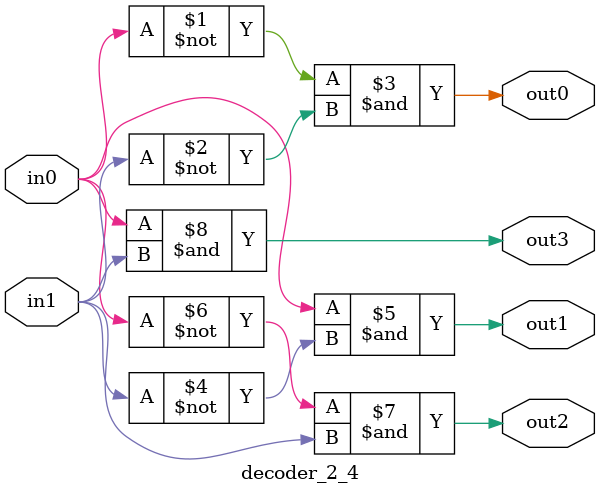
<source format=v>

module decoder_2_4(in0,in1,out0,out1,out2,out3);

input in0,in1;
output out0,out1,out2,out3;
assign out0 = ~in0 & ~in1;
assign out1 = in0 & ~in1;
assign out2 = ~in0 & in1;
assign out3 = in0 & in1;

endmodule

</source>
